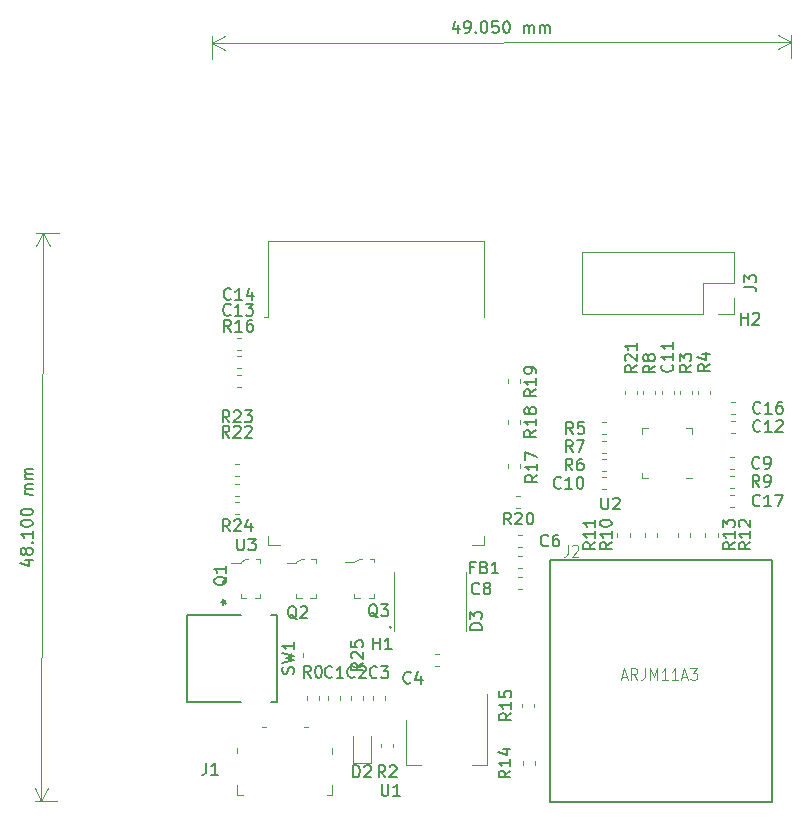
<source format=gbr>
G04 #@! TF.GenerationSoftware,KiCad,Pcbnew,(5.1.4)-1*
G04 #@! TF.CreationDate,2020-09-03T10:31:54-07:00*
G04 #@! TF.ProjectId,EsperDNS,45737065-7244-44e5-932e-6b696361645f,rev?*
G04 #@! TF.SameCoordinates,Original*
G04 #@! TF.FileFunction,Legend,Top*
G04 #@! TF.FilePolarity,Positive*
%FSLAX46Y46*%
G04 Gerber Fmt 4.6, Leading zero omitted, Abs format (unit mm)*
G04 Created by KiCad (PCBNEW (5.1.4)-1) date 2020-09-03 10:31:54*
%MOMM*%
%LPD*%
G04 APERTURE LIST*
%ADD10C,0.150000*%
%ADD11C,0.120000*%
%ADD12C,0.152400*%
%ADD13C,0.100000*%
%ADD14C,0.127000*%
%ADD15C,0.050000*%
G04 APERTURE END LIST*
D10*
X159855445Y-50294454D02*
X159856125Y-50961120D01*
X159616962Y-49913744D02*
X159379595Y-50628272D01*
X159998642Y-50627641D01*
X160427553Y-50960537D02*
X160618029Y-50960343D01*
X160713219Y-50912627D01*
X160760789Y-50864960D01*
X160855882Y-50722005D01*
X160903307Y-50531481D01*
X160902918Y-50150529D01*
X160855202Y-50055339D01*
X160807535Y-50007769D01*
X160712248Y-49960247D01*
X160521772Y-49960441D01*
X160426582Y-50008157D01*
X160379012Y-50055825D01*
X160331490Y-50151111D01*
X160331733Y-50389206D01*
X160379449Y-50484396D01*
X160427116Y-50531966D01*
X160522403Y-50579488D01*
X160712879Y-50579294D01*
X160808068Y-50531578D01*
X160855639Y-50483910D01*
X160903161Y-50388624D01*
X161332218Y-50864377D02*
X161379885Y-50911948D01*
X161332315Y-50959615D01*
X161284647Y-50912045D01*
X161332218Y-50864377D01*
X161332315Y-50959615D01*
X161997962Y-49958936D02*
X162093200Y-49958839D01*
X162188486Y-50006361D01*
X162236154Y-50053931D01*
X162283870Y-50149121D01*
X162331683Y-50339548D01*
X162331926Y-50577644D01*
X162284501Y-50768168D01*
X162236979Y-50863455D01*
X162189408Y-50911122D01*
X162094219Y-50958838D01*
X161998981Y-50958936D01*
X161903694Y-50911414D01*
X161856027Y-50863843D01*
X161808311Y-50768654D01*
X161760497Y-50578226D01*
X161760255Y-50340131D01*
X161807680Y-50149606D01*
X161855202Y-50054320D01*
X161902772Y-50006652D01*
X161997962Y-49958936D01*
X163236056Y-49957674D02*
X162759866Y-49958159D01*
X162712732Y-50434398D01*
X162760303Y-50386731D01*
X162855492Y-50339014D01*
X163093587Y-50338772D01*
X163188874Y-50386294D01*
X163236542Y-50433864D01*
X163284258Y-50529054D01*
X163284500Y-50767149D01*
X163236978Y-50862435D01*
X163189408Y-50910103D01*
X163094218Y-50957819D01*
X162856123Y-50958062D01*
X162760837Y-50910540D01*
X162713169Y-50862969D01*
X163902722Y-49956994D02*
X163997961Y-49956897D01*
X164093247Y-50004419D01*
X164140915Y-50051990D01*
X164188631Y-50147179D01*
X164236444Y-50337607D01*
X164236687Y-50575702D01*
X164189262Y-50766227D01*
X164141740Y-50861513D01*
X164094169Y-50909181D01*
X163998980Y-50956897D01*
X163903742Y-50956994D01*
X163808455Y-50909472D01*
X163760788Y-50861901D01*
X163713072Y-50766712D01*
X163665258Y-50576284D01*
X163665016Y-50338189D01*
X163712441Y-50147665D01*
X163759962Y-50052378D01*
X163807533Y-50004711D01*
X163902722Y-49956994D01*
X165427551Y-50955441D02*
X165426871Y-50288774D01*
X165426968Y-50384012D02*
X165474539Y-50336345D01*
X165569728Y-50288629D01*
X165712585Y-50288483D01*
X165807872Y-50336005D01*
X165855588Y-50431194D01*
X165856122Y-50955004D01*
X165855588Y-50431194D02*
X165903110Y-50335908D01*
X165998299Y-50288192D01*
X166141156Y-50288046D01*
X166236443Y-50335568D01*
X166284159Y-50430758D01*
X166284693Y-50954567D01*
X166760883Y-50954081D02*
X166760204Y-50287415D01*
X166760301Y-50382653D02*
X166807871Y-50334986D01*
X166903061Y-50287269D01*
X167045918Y-50287124D01*
X167141204Y-50334646D01*
X167188920Y-50429835D01*
X167189454Y-50953645D01*
X167188920Y-50429835D02*
X167236442Y-50334549D01*
X167331632Y-50286833D01*
X167474489Y-50286687D01*
X167569776Y-50334209D01*
X167617492Y-50429398D01*
X167618026Y-50953208D01*
D11*
X138998624Y-51800001D02*
X188048624Y-51750001D01*
X139000000Y-53150000D02*
X138998026Y-51213580D01*
X188050000Y-53100000D02*
X188048026Y-51163580D01*
X188048624Y-51750001D02*
X186922719Y-52337570D01*
X188048624Y-51750001D02*
X186921523Y-51164729D01*
X138998624Y-51800001D02*
X140125725Y-52385273D01*
X138998624Y-51800001D02*
X140124529Y-51212432D01*
D10*
X123154286Y-95612020D02*
X123820950Y-95614099D01*
X122772593Y-95848926D02*
X123486133Y-96089248D01*
X123488064Y-95470203D01*
X123251603Y-94945654D02*
X123203687Y-95040743D01*
X123155920Y-95088213D01*
X123060534Y-95135535D01*
X123012915Y-95135386D01*
X122917826Y-95087471D01*
X122870355Y-95039703D01*
X122823034Y-94944317D01*
X122823628Y-94753842D01*
X122871543Y-94658753D01*
X122919311Y-94611282D01*
X123014697Y-94563961D01*
X123062316Y-94564109D01*
X123157405Y-94612025D01*
X123204875Y-94659792D01*
X123252197Y-94755178D01*
X123251603Y-94945654D01*
X123298925Y-95041040D01*
X123346395Y-95088807D01*
X123441484Y-95136723D01*
X123631960Y-95137317D01*
X123727346Y-95089995D01*
X123775113Y-95042525D01*
X123823029Y-94947436D01*
X123823623Y-94756960D01*
X123776301Y-94661574D01*
X123728831Y-94613807D01*
X123633742Y-94565891D01*
X123443266Y-94565297D01*
X123347880Y-94612619D01*
X123300113Y-94660089D01*
X123252197Y-94755178D01*
X123730316Y-94137619D02*
X123778083Y-94090148D01*
X123825553Y-94137916D01*
X123777786Y-94185386D01*
X123730316Y-94137619D01*
X123825553Y-94137916D01*
X123828672Y-93137921D02*
X123826890Y-93709346D01*
X123827781Y-93423634D02*
X122827786Y-93420515D01*
X122970345Y-93516198D01*
X123065286Y-93611733D01*
X123112608Y-93707119D01*
X122830607Y-92515758D02*
X122830904Y-92420520D01*
X122878820Y-92325431D01*
X122926587Y-92277960D01*
X123021973Y-92230639D01*
X123212597Y-92183614D01*
X123450691Y-92184356D01*
X123641018Y-92232569D01*
X123736107Y-92280485D01*
X123783577Y-92328252D01*
X123830899Y-92423638D01*
X123830602Y-92518876D01*
X123782686Y-92613965D01*
X123734919Y-92661435D01*
X123639533Y-92708757D01*
X123448909Y-92755782D01*
X123210815Y-92755040D01*
X123020488Y-92706827D01*
X122925399Y-92658911D01*
X122877929Y-92611144D01*
X122830607Y-92515758D01*
X122833577Y-91563381D02*
X122833874Y-91468144D01*
X122881790Y-91373054D01*
X122929557Y-91325584D01*
X123024943Y-91278262D01*
X123215567Y-91231238D01*
X123453661Y-91231980D01*
X123643988Y-91280193D01*
X123739077Y-91328109D01*
X123786547Y-91375876D01*
X123833869Y-91471262D01*
X123833572Y-91566500D01*
X123785656Y-91661589D01*
X123737889Y-91709059D01*
X123642503Y-91756381D01*
X123451879Y-91803406D01*
X123213785Y-91802663D01*
X123023458Y-91754450D01*
X122928369Y-91706535D01*
X122880899Y-91658767D01*
X122833577Y-91563381D01*
X123838324Y-90042698D02*
X123171661Y-90040619D01*
X123266898Y-90040916D02*
X123219428Y-89993148D01*
X123172106Y-89897762D01*
X123172552Y-89754906D01*
X123220468Y-89659817D01*
X123315854Y-89612495D01*
X123839661Y-89614128D01*
X123315854Y-89612495D02*
X123220765Y-89564579D01*
X123173443Y-89469193D01*
X123173888Y-89326336D01*
X123221804Y-89231247D01*
X123317190Y-89183925D01*
X123840997Y-89185559D01*
X123842482Y-88709371D02*
X123175819Y-88707292D01*
X123271056Y-88707589D02*
X123223586Y-88659821D01*
X123176264Y-88564435D01*
X123176710Y-88421579D01*
X123224626Y-88326490D01*
X123320012Y-88279168D01*
X123843819Y-88280801D01*
X123320012Y-88279168D02*
X123224923Y-88231252D01*
X123177601Y-88135866D01*
X123178046Y-87993010D01*
X123225962Y-87897920D01*
X123321348Y-87850599D01*
X123845155Y-87852232D01*
D11*
X124725000Y-67900000D02*
X124575000Y-116000000D01*
X126024993Y-67904054D02*
X124138582Y-67898171D01*
X125874993Y-116004054D02*
X123988582Y-115998171D01*
X124575000Y-116000000D02*
X123992095Y-114871673D01*
X124575000Y-116000000D02*
X125164931Y-114875330D01*
X124725000Y-67900000D02*
X124135069Y-69024670D01*
X124725000Y-67900000D02*
X125307905Y-69028327D01*
D12*
X144033000Y-107633001D02*
X144487199Y-107633001D01*
X141505674Y-100267001D02*
X136879899Y-100267001D01*
X144487199Y-100267001D02*
X144033000Y-100267001D01*
X144487199Y-107633001D02*
X144487199Y-100267001D01*
X136879899Y-107633001D02*
X141505674Y-107633001D01*
X136879899Y-100267001D02*
X136879899Y-107633001D01*
D11*
X145665000Y-103474721D02*
X145665000Y-103800279D01*
X146685000Y-103474721D02*
X146685000Y-103800279D01*
X140962221Y-91735000D02*
X141287779Y-91735000D01*
X140962221Y-90715000D02*
X141287779Y-90715000D01*
X140962221Y-88510000D02*
X141287779Y-88510000D01*
X140962221Y-87490000D02*
X141287779Y-87490000D01*
X140962221Y-90135000D02*
X141287779Y-90135000D01*
X140962221Y-89115000D02*
X141287779Y-89115000D01*
D13*
X152725000Y-95475000D02*
X152725000Y-95775000D01*
X152350000Y-95475000D02*
X152725000Y-95475000D01*
X152725000Y-98775000D02*
X152275000Y-98775000D01*
X152725000Y-98475000D02*
X152725000Y-98775000D01*
X152725000Y-98550000D02*
X152725000Y-98425000D01*
X151075000Y-98775000D02*
X151075000Y-98425000D01*
X151550000Y-98775000D02*
X151075000Y-98775000D01*
X151075000Y-95800000D02*
X150300000Y-95800000D01*
X151075000Y-95750000D02*
X151075000Y-95800000D01*
X151450000Y-95475000D02*
X151075000Y-95750000D01*
X151725000Y-95475000D02*
X151450000Y-95475000D01*
X147780001Y-95510000D02*
X147780001Y-95810000D01*
X147405001Y-95510000D02*
X147780001Y-95510000D01*
X147780001Y-98810000D02*
X147330001Y-98810000D01*
X147780001Y-98510000D02*
X147780001Y-98810000D01*
X147780001Y-98585000D02*
X147780001Y-98460000D01*
X146130001Y-98810000D02*
X146130001Y-98460000D01*
X146605001Y-98810000D02*
X146130001Y-98810000D01*
X146130001Y-95835000D02*
X145355001Y-95835000D01*
X146130001Y-95785000D02*
X146130001Y-95835000D01*
X146505001Y-95510000D02*
X146130001Y-95785000D01*
X146780001Y-95510000D02*
X146505001Y-95510000D01*
X142080001Y-95510000D02*
X141805001Y-95510000D01*
X141805001Y-95510000D02*
X141430001Y-95785000D01*
X141430001Y-95785000D02*
X141430001Y-95835000D01*
X141430001Y-95835000D02*
X140655001Y-95835000D01*
X141905001Y-98810000D02*
X141430001Y-98810000D01*
X141430001Y-98810000D02*
X141430001Y-98460000D01*
X143080001Y-98585000D02*
X143080001Y-98460000D01*
X143080001Y-98510000D02*
X143080001Y-98810000D01*
X143080001Y-98810000D02*
X142630001Y-98810000D01*
X142705001Y-95510000D02*
X143080001Y-95510000D01*
X143080001Y-95510000D02*
X143080001Y-95810000D01*
D11*
X154200000Y-101300000D02*
G75*
G03X154200000Y-101300000I-100000J0D01*
G01*
X154400000Y-101600000D02*
X154400000Y-96600000D01*
X160500000Y-101600000D02*
X160500000Y-96600000D01*
X165112779Y-90190000D02*
X164787221Y-90190000D01*
X165112779Y-91210000D02*
X164787221Y-91210000D01*
X179185000Y-88660000D02*
X179660000Y-88660000D01*
X175440000Y-84440000D02*
X175440000Y-84915000D01*
X175915000Y-84440000D02*
X175440000Y-84440000D01*
X179660000Y-84440000D02*
X179660000Y-84915000D01*
X179185000Y-84440000D02*
X179660000Y-84440000D01*
X175440000Y-88660000D02*
X175440000Y-88185000D01*
X175915000Y-88660000D02*
X175440000Y-88660000D01*
X143780000Y-75005000D02*
X143400000Y-75005000D01*
X143780000Y-68585000D02*
X143780000Y-75005000D01*
X162020000Y-68585000D02*
X162020000Y-75005000D01*
X143780000Y-68585000D02*
X162020000Y-68585000D01*
X162020000Y-94330000D02*
X161020000Y-94330000D01*
X162020000Y-93550000D02*
X162020000Y-94330000D01*
X143780000Y-94330000D02*
X144780000Y-94330000D01*
X143780000Y-93550000D02*
X143780000Y-94330000D01*
X175010000Y-81575279D02*
X175010000Y-81249721D01*
X173990000Y-81575279D02*
X173990000Y-81249721D01*
X182874721Y-91110000D02*
X183200279Y-91110000D01*
X182874721Y-90090000D02*
X183200279Y-90090000D01*
X182974721Y-83260000D02*
X183300279Y-83260000D01*
X182974721Y-82240000D02*
X183300279Y-82240000D01*
D14*
X167635000Y-116050000D02*
X167635000Y-95550000D01*
X167635000Y-95550000D02*
X186385000Y-95550000D01*
X186385000Y-95550000D02*
X186385000Y-116050000D01*
X186385000Y-116050000D02*
X167635000Y-116050000D01*
D11*
X164040000Y-80287221D02*
X164040000Y-80612779D01*
X165060000Y-80287221D02*
X165060000Y-80612779D01*
X164040000Y-83774721D02*
X164040000Y-84100279D01*
X165060000Y-83774721D02*
X165060000Y-84100279D01*
X164040000Y-87487221D02*
X164040000Y-87812779D01*
X165060000Y-87487221D02*
X165060000Y-87812779D01*
X141425279Y-80910000D02*
X141099721Y-80910000D01*
X141425279Y-79890000D02*
X141099721Y-79890000D01*
X166310000Y-108075279D02*
X166310000Y-107749721D01*
X165290000Y-108075279D02*
X165290000Y-107749721D01*
X165352000Y-112638721D02*
X165352000Y-112964279D01*
X166372000Y-112638721D02*
X166372000Y-112964279D01*
X179510000Y-93612779D02*
X179510000Y-93287221D01*
X178490000Y-93612779D02*
X178490000Y-93287221D01*
X181810000Y-93612779D02*
X181810000Y-93287221D01*
X180790000Y-93612779D02*
X180790000Y-93287221D01*
X174360000Y-93612779D02*
X174360000Y-93287221D01*
X173340000Y-93612779D02*
X173340000Y-93287221D01*
X176710000Y-93612779D02*
X176710000Y-93287221D01*
X175690000Y-93612779D02*
X175690000Y-93287221D01*
X182874721Y-89460000D02*
X183200279Y-89460000D01*
X182874721Y-88440000D02*
X183200279Y-88440000D01*
X176560000Y-81575279D02*
X176560000Y-81249721D01*
X175540000Y-81575279D02*
X175540000Y-81249721D01*
X172037221Y-86510000D02*
X172362779Y-86510000D01*
X172037221Y-85490000D02*
X172362779Y-85490000D01*
X172037221Y-88060000D02*
X172362779Y-88060000D01*
X172037221Y-87040000D02*
X172362779Y-87040000D01*
X172037221Y-84960000D02*
X172362779Y-84960000D01*
X172037221Y-83940000D02*
X172362779Y-83940000D01*
X181210000Y-81575279D02*
X181210000Y-81249721D01*
X180190000Y-81575279D02*
X180190000Y-81249721D01*
X179660000Y-81575279D02*
X179660000Y-81249721D01*
X178640000Y-81575279D02*
X178640000Y-81249721D01*
X141099721Y-77810000D02*
X141425279Y-77810000D01*
X141099721Y-76790000D02*
X141425279Y-76790000D01*
X141099721Y-79360000D02*
X141425279Y-79360000D01*
X141099721Y-78340000D02*
X141425279Y-78340000D01*
X182974721Y-84810000D02*
X183300279Y-84810000D01*
X182974721Y-83790000D02*
X183300279Y-83790000D01*
X178110000Y-81575279D02*
X178110000Y-81249721D01*
X177090000Y-81575279D02*
X177090000Y-81249721D01*
X172350279Y-88590000D02*
X172024721Y-88590000D01*
X172350279Y-89610000D02*
X172024721Y-89610000D01*
X182874721Y-87910000D02*
X183200279Y-87910000D01*
X182874721Y-86890000D02*
X183200279Y-86890000D01*
X165262779Y-97026000D02*
X164937221Y-97026000D01*
X165262779Y-98046000D02*
X164937221Y-98046000D01*
X162260000Y-106900000D02*
X162260000Y-112910000D01*
X155440000Y-109150000D02*
X155440000Y-112910000D01*
X162260000Y-112910000D02*
X161000000Y-112910000D01*
X155440000Y-112910000D02*
X156700000Y-112910000D01*
X153290000Y-111124721D02*
X153290000Y-111450279D01*
X154310000Y-111124721D02*
X154310000Y-111450279D01*
X148110000Y-107437779D02*
X148110000Y-107112221D01*
X147090000Y-107437779D02*
X147090000Y-107112221D01*
X183194000Y-73406000D02*
X183194000Y-74736000D01*
X183194000Y-74736000D02*
X181864000Y-74736000D01*
X183194000Y-72136000D02*
X180594000Y-72136000D01*
X180594000Y-72136000D02*
X180594000Y-74736000D01*
X180594000Y-74736000D02*
X170374000Y-74736000D01*
X170374000Y-69536000D02*
X170374000Y-74736000D01*
X183194000Y-69536000D02*
X170374000Y-69536000D01*
X183194000Y-69536000D02*
X183194000Y-72136000D01*
D13*
X149200000Y-115475000D02*
X149200000Y-114625000D01*
X148750000Y-115475000D02*
X149200000Y-115475000D01*
X141100000Y-115475000D02*
X141600000Y-115475000D01*
X141100000Y-114675000D02*
X141100000Y-115475000D01*
X143250000Y-109725000D02*
X143550000Y-109725000D01*
X141100000Y-111475000D02*
X141100000Y-111925000D01*
X146800000Y-109725000D02*
X147100000Y-109725000D01*
X149200000Y-111475000D02*
X149200000Y-111975000D01*
D11*
X165262779Y-95248000D02*
X164937221Y-95248000D01*
X165262779Y-96268000D02*
X164937221Y-96268000D01*
X152435000Y-112747500D02*
X152435000Y-110462500D01*
X150965000Y-112747500D02*
X152435000Y-112747500D01*
X150965000Y-110462500D02*
X150965000Y-112747500D01*
X165262779Y-93470000D02*
X164937221Y-93470000D01*
X165262779Y-94490000D02*
X164937221Y-94490000D01*
X158200279Y-103540000D02*
X157874721Y-103540000D01*
X158200279Y-104560000D02*
X157874721Y-104560000D01*
X153660000Y-107450279D02*
X153660000Y-107124721D01*
X152640000Y-107450279D02*
X152640000Y-107124721D01*
X151760000Y-107450279D02*
X151760000Y-107124721D01*
X150740000Y-107450279D02*
X150740000Y-107124721D01*
X149860000Y-107437779D02*
X149860000Y-107112221D01*
X148840000Y-107437779D02*
X148840000Y-107112221D01*
D10*
X183788095Y-75652380D02*
X183788095Y-74652380D01*
X183788095Y-75128571D02*
X184359523Y-75128571D01*
X184359523Y-75652380D02*
X184359523Y-74652380D01*
X184788095Y-74747619D02*
X184835714Y-74700000D01*
X184930952Y-74652380D01*
X185169047Y-74652380D01*
X185264285Y-74700000D01*
X185311904Y-74747619D01*
X185359523Y-74842857D01*
X185359523Y-74938095D01*
X185311904Y-75080952D01*
X184740476Y-75652380D01*
X185359523Y-75652380D01*
X152663095Y-103152380D02*
X152663095Y-102152380D01*
X152663095Y-102628571D02*
X153234523Y-102628571D01*
X153234523Y-103152380D02*
X153234523Y-102152380D01*
X154234523Y-103152380D02*
X153663095Y-103152380D01*
X153948809Y-103152380D02*
X153948809Y-102152380D01*
X153853571Y-102295238D01*
X153758333Y-102390476D01*
X153663095Y-102438095D01*
X145904761Y-105208333D02*
X145952380Y-105065476D01*
X145952380Y-104827380D01*
X145904761Y-104732142D01*
X145857142Y-104684523D01*
X145761904Y-104636904D01*
X145666666Y-104636904D01*
X145571428Y-104684523D01*
X145523809Y-104732142D01*
X145476190Y-104827380D01*
X145428571Y-105017857D01*
X145380952Y-105113095D01*
X145333333Y-105160714D01*
X145238095Y-105208333D01*
X145142857Y-105208333D01*
X145047619Y-105160714D01*
X145000000Y-105113095D01*
X144952380Y-105017857D01*
X144952380Y-104779761D01*
X145000000Y-104636904D01*
X144952380Y-104303571D02*
X145952380Y-104065476D01*
X145238095Y-103875000D01*
X145952380Y-103684523D01*
X144952380Y-103446428D01*
X145952380Y-102541666D02*
X145952380Y-103113095D01*
X145952380Y-102827380D02*
X144952380Y-102827380D01*
X145095238Y-102922619D01*
X145190476Y-103017857D01*
X145238095Y-103113095D01*
X139802380Y-99160000D02*
X140040476Y-99160000D01*
X139945238Y-99398095D02*
X140040476Y-99160000D01*
X139945238Y-98921904D01*
X140230952Y-99302857D02*
X140040476Y-99160000D01*
X140230952Y-99017142D01*
X139802380Y-99160000D02*
X140040476Y-99160000D01*
X139945238Y-99398095D02*
X140040476Y-99160000D01*
X139945238Y-98921904D01*
X140230952Y-99302857D02*
X140040476Y-99160000D01*
X140230952Y-99017142D01*
X151777380Y-104305357D02*
X151301190Y-104638690D01*
X151777380Y-104876785D02*
X150777380Y-104876785D01*
X150777380Y-104495833D01*
X150825000Y-104400595D01*
X150872619Y-104352976D01*
X150967857Y-104305357D01*
X151110714Y-104305357D01*
X151205952Y-104352976D01*
X151253571Y-104400595D01*
X151301190Y-104495833D01*
X151301190Y-104876785D01*
X150872619Y-103924404D02*
X150825000Y-103876785D01*
X150777380Y-103781547D01*
X150777380Y-103543452D01*
X150825000Y-103448214D01*
X150872619Y-103400595D01*
X150967857Y-103352976D01*
X151063095Y-103352976D01*
X151205952Y-103400595D01*
X151777380Y-103972023D01*
X151777380Y-103352976D01*
X150777380Y-102448214D02*
X150777380Y-102924404D01*
X151253571Y-102972023D01*
X151205952Y-102924404D01*
X151158333Y-102829166D01*
X151158333Y-102591071D01*
X151205952Y-102495833D01*
X151253571Y-102448214D01*
X151348809Y-102400595D01*
X151586904Y-102400595D01*
X151682142Y-102448214D01*
X151729761Y-102495833D01*
X151777380Y-102591071D01*
X151777380Y-102829166D01*
X151729761Y-102924404D01*
X151682142Y-102972023D01*
X140507142Y-93152380D02*
X140173809Y-92676190D01*
X139935714Y-93152380D02*
X139935714Y-92152380D01*
X140316666Y-92152380D01*
X140411904Y-92200000D01*
X140459523Y-92247619D01*
X140507142Y-92342857D01*
X140507142Y-92485714D01*
X140459523Y-92580952D01*
X140411904Y-92628571D01*
X140316666Y-92676190D01*
X139935714Y-92676190D01*
X140888095Y-92247619D02*
X140935714Y-92200000D01*
X141030952Y-92152380D01*
X141269047Y-92152380D01*
X141364285Y-92200000D01*
X141411904Y-92247619D01*
X141459523Y-92342857D01*
X141459523Y-92438095D01*
X141411904Y-92580952D01*
X140840476Y-93152380D01*
X141459523Y-93152380D01*
X142316666Y-92485714D02*
X142316666Y-93152380D01*
X142078571Y-92104761D02*
X141840476Y-92819047D01*
X142459523Y-92819047D01*
X140482142Y-83927380D02*
X140148809Y-83451190D01*
X139910714Y-83927380D02*
X139910714Y-82927380D01*
X140291666Y-82927380D01*
X140386904Y-82975000D01*
X140434523Y-83022619D01*
X140482142Y-83117857D01*
X140482142Y-83260714D01*
X140434523Y-83355952D01*
X140386904Y-83403571D01*
X140291666Y-83451190D01*
X139910714Y-83451190D01*
X140863095Y-83022619D02*
X140910714Y-82975000D01*
X141005952Y-82927380D01*
X141244047Y-82927380D01*
X141339285Y-82975000D01*
X141386904Y-83022619D01*
X141434523Y-83117857D01*
X141434523Y-83213095D01*
X141386904Y-83355952D01*
X140815476Y-83927380D01*
X141434523Y-83927380D01*
X141767857Y-82927380D02*
X142386904Y-82927380D01*
X142053571Y-83308333D01*
X142196428Y-83308333D01*
X142291666Y-83355952D01*
X142339285Y-83403571D01*
X142386904Y-83498809D01*
X142386904Y-83736904D01*
X142339285Y-83832142D01*
X142291666Y-83879761D01*
X142196428Y-83927380D01*
X141910714Y-83927380D01*
X141815476Y-83879761D01*
X141767857Y-83832142D01*
X140482142Y-85227380D02*
X140148809Y-84751190D01*
X139910714Y-85227380D02*
X139910714Y-84227380D01*
X140291666Y-84227380D01*
X140386904Y-84275000D01*
X140434523Y-84322619D01*
X140482142Y-84417857D01*
X140482142Y-84560714D01*
X140434523Y-84655952D01*
X140386904Y-84703571D01*
X140291666Y-84751190D01*
X139910714Y-84751190D01*
X140863095Y-84322619D02*
X140910714Y-84275000D01*
X141005952Y-84227380D01*
X141244047Y-84227380D01*
X141339285Y-84275000D01*
X141386904Y-84322619D01*
X141434523Y-84417857D01*
X141434523Y-84513095D01*
X141386904Y-84655952D01*
X140815476Y-85227380D01*
X141434523Y-85227380D01*
X141815476Y-84322619D02*
X141863095Y-84275000D01*
X141958333Y-84227380D01*
X142196428Y-84227380D01*
X142291666Y-84275000D01*
X142339285Y-84322619D01*
X142386904Y-84417857D01*
X142386904Y-84513095D01*
X142339285Y-84655952D01*
X141767857Y-85227380D01*
X142386904Y-85227380D01*
X153029761Y-100447619D02*
X152934523Y-100400000D01*
X152839285Y-100304761D01*
X152696428Y-100161904D01*
X152601190Y-100114285D01*
X152505952Y-100114285D01*
X152553571Y-100352380D02*
X152458333Y-100304761D01*
X152363095Y-100209523D01*
X152315476Y-100019047D01*
X152315476Y-99685714D01*
X152363095Y-99495238D01*
X152458333Y-99400000D01*
X152553571Y-99352380D01*
X152744047Y-99352380D01*
X152839285Y-99400000D01*
X152934523Y-99495238D01*
X152982142Y-99685714D01*
X152982142Y-100019047D01*
X152934523Y-100209523D01*
X152839285Y-100304761D01*
X152744047Y-100352380D01*
X152553571Y-100352380D01*
X153315476Y-99352380D02*
X153934523Y-99352380D01*
X153601190Y-99733333D01*
X153744047Y-99733333D01*
X153839285Y-99780952D01*
X153886904Y-99828571D01*
X153934523Y-99923809D01*
X153934523Y-100161904D01*
X153886904Y-100257142D01*
X153839285Y-100304761D01*
X153744047Y-100352380D01*
X153458333Y-100352380D01*
X153363095Y-100304761D01*
X153315476Y-100257142D01*
X146179761Y-100597619D02*
X146084523Y-100550000D01*
X145989285Y-100454761D01*
X145846428Y-100311904D01*
X145751190Y-100264285D01*
X145655952Y-100264285D01*
X145703571Y-100502380D02*
X145608333Y-100454761D01*
X145513095Y-100359523D01*
X145465476Y-100169047D01*
X145465476Y-99835714D01*
X145513095Y-99645238D01*
X145608333Y-99550000D01*
X145703571Y-99502380D01*
X145894047Y-99502380D01*
X145989285Y-99550000D01*
X146084523Y-99645238D01*
X146132142Y-99835714D01*
X146132142Y-100169047D01*
X146084523Y-100359523D01*
X145989285Y-100454761D01*
X145894047Y-100502380D01*
X145703571Y-100502380D01*
X146513095Y-99597619D02*
X146560714Y-99550000D01*
X146655952Y-99502380D01*
X146894047Y-99502380D01*
X146989285Y-99550000D01*
X147036904Y-99597619D01*
X147084523Y-99692857D01*
X147084523Y-99788095D01*
X147036904Y-99930952D01*
X146465476Y-100502380D01*
X147084523Y-100502380D01*
X140272619Y-96995238D02*
X140225000Y-97090476D01*
X140129761Y-97185714D01*
X139986904Y-97328571D01*
X139939285Y-97423809D01*
X139939285Y-97519047D01*
X140177380Y-97471428D02*
X140129761Y-97566666D01*
X140034523Y-97661904D01*
X139844047Y-97709523D01*
X139510714Y-97709523D01*
X139320238Y-97661904D01*
X139225000Y-97566666D01*
X139177380Y-97471428D01*
X139177380Y-97280952D01*
X139225000Y-97185714D01*
X139320238Y-97090476D01*
X139510714Y-97042857D01*
X139844047Y-97042857D01*
X140034523Y-97090476D01*
X140129761Y-97185714D01*
X140177380Y-97280952D01*
X140177380Y-97471428D01*
X140177380Y-96090476D02*
X140177380Y-96661904D01*
X140177380Y-96376190D02*
X139177380Y-96376190D01*
X139320238Y-96471428D01*
X139415476Y-96566666D01*
X139463095Y-96661904D01*
X161852380Y-101488095D02*
X160852380Y-101488095D01*
X160852380Y-101250000D01*
X160900000Y-101107142D01*
X160995238Y-101011904D01*
X161090476Y-100964285D01*
X161280952Y-100916666D01*
X161423809Y-100916666D01*
X161614285Y-100964285D01*
X161709523Y-101011904D01*
X161804761Y-101107142D01*
X161852380Y-101250000D01*
X161852380Y-101488095D01*
X160852380Y-100583333D02*
X160852380Y-99964285D01*
X161233333Y-100297619D01*
X161233333Y-100154761D01*
X161280952Y-100059523D01*
X161328571Y-100011904D01*
X161423809Y-99964285D01*
X161661904Y-99964285D01*
X161757142Y-100011904D01*
X161804761Y-100059523D01*
X161852380Y-100154761D01*
X161852380Y-100440476D01*
X161804761Y-100535714D01*
X161757142Y-100583333D01*
X164307142Y-92582380D02*
X163973809Y-92106190D01*
X163735714Y-92582380D02*
X163735714Y-91582380D01*
X164116666Y-91582380D01*
X164211904Y-91630000D01*
X164259523Y-91677619D01*
X164307142Y-91772857D01*
X164307142Y-91915714D01*
X164259523Y-92010952D01*
X164211904Y-92058571D01*
X164116666Y-92106190D01*
X163735714Y-92106190D01*
X164688095Y-91677619D02*
X164735714Y-91630000D01*
X164830952Y-91582380D01*
X165069047Y-91582380D01*
X165164285Y-91630000D01*
X165211904Y-91677619D01*
X165259523Y-91772857D01*
X165259523Y-91868095D01*
X165211904Y-92010952D01*
X164640476Y-92582380D01*
X165259523Y-92582380D01*
X165878571Y-91582380D02*
X165973809Y-91582380D01*
X166069047Y-91630000D01*
X166116666Y-91677619D01*
X166164285Y-91772857D01*
X166211904Y-91963333D01*
X166211904Y-92201428D01*
X166164285Y-92391904D01*
X166116666Y-92487142D01*
X166069047Y-92534761D01*
X165973809Y-92582380D01*
X165878571Y-92582380D01*
X165783333Y-92534761D01*
X165735714Y-92487142D01*
X165688095Y-92391904D01*
X165640476Y-92201428D01*
X165640476Y-91963333D01*
X165688095Y-91772857D01*
X165735714Y-91677619D01*
X165783333Y-91630000D01*
X165878571Y-91582380D01*
X171988095Y-90302380D02*
X171988095Y-91111904D01*
X172035714Y-91207142D01*
X172083333Y-91254761D01*
X172178571Y-91302380D01*
X172369047Y-91302380D01*
X172464285Y-91254761D01*
X172511904Y-91207142D01*
X172559523Y-91111904D01*
X172559523Y-90302380D01*
X172988095Y-90397619D02*
X173035714Y-90350000D01*
X173130952Y-90302380D01*
X173369047Y-90302380D01*
X173464285Y-90350000D01*
X173511904Y-90397619D01*
X173559523Y-90492857D01*
X173559523Y-90588095D01*
X173511904Y-90730952D01*
X172940476Y-91302380D01*
X173559523Y-91302380D01*
X141138095Y-93777380D02*
X141138095Y-94586904D01*
X141185714Y-94682142D01*
X141233333Y-94729761D01*
X141328571Y-94777380D01*
X141519047Y-94777380D01*
X141614285Y-94729761D01*
X141661904Y-94682142D01*
X141709523Y-94586904D01*
X141709523Y-93777380D01*
X142090476Y-93777380D02*
X142709523Y-93777380D01*
X142376190Y-94158333D01*
X142519047Y-94158333D01*
X142614285Y-94205952D01*
X142661904Y-94253571D01*
X142709523Y-94348809D01*
X142709523Y-94586904D01*
X142661904Y-94682142D01*
X142614285Y-94729761D01*
X142519047Y-94777380D01*
X142233333Y-94777380D01*
X142138095Y-94729761D01*
X142090476Y-94682142D01*
X174952380Y-79105357D02*
X174476190Y-79438690D01*
X174952380Y-79676785D02*
X173952380Y-79676785D01*
X173952380Y-79295833D01*
X174000000Y-79200595D01*
X174047619Y-79152976D01*
X174142857Y-79105357D01*
X174285714Y-79105357D01*
X174380952Y-79152976D01*
X174428571Y-79200595D01*
X174476190Y-79295833D01*
X174476190Y-79676785D01*
X174047619Y-78724404D02*
X174000000Y-78676785D01*
X173952380Y-78581547D01*
X173952380Y-78343452D01*
X174000000Y-78248214D01*
X174047619Y-78200595D01*
X174142857Y-78152976D01*
X174238095Y-78152976D01*
X174380952Y-78200595D01*
X174952380Y-78772023D01*
X174952380Y-78152976D01*
X174952380Y-77200595D02*
X174952380Y-77772023D01*
X174952380Y-77486309D02*
X173952380Y-77486309D01*
X174095238Y-77581547D01*
X174190476Y-77676785D01*
X174238095Y-77772023D01*
X185394642Y-90957142D02*
X185347023Y-91004761D01*
X185204166Y-91052380D01*
X185108928Y-91052380D01*
X184966071Y-91004761D01*
X184870833Y-90909523D01*
X184823214Y-90814285D01*
X184775595Y-90623809D01*
X184775595Y-90480952D01*
X184823214Y-90290476D01*
X184870833Y-90195238D01*
X184966071Y-90100000D01*
X185108928Y-90052380D01*
X185204166Y-90052380D01*
X185347023Y-90100000D01*
X185394642Y-90147619D01*
X186347023Y-91052380D02*
X185775595Y-91052380D01*
X186061309Y-91052380D02*
X186061309Y-90052380D01*
X185966071Y-90195238D01*
X185870833Y-90290476D01*
X185775595Y-90338095D01*
X186680357Y-90052380D02*
X187347023Y-90052380D01*
X186918452Y-91052380D01*
X185432142Y-83107142D02*
X185384523Y-83154761D01*
X185241666Y-83202380D01*
X185146428Y-83202380D01*
X185003571Y-83154761D01*
X184908333Y-83059523D01*
X184860714Y-82964285D01*
X184813095Y-82773809D01*
X184813095Y-82630952D01*
X184860714Y-82440476D01*
X184908333Y-82345238D01*
X185003571Y-82250000D01*
X185146428Y-82202380D01*
X185241666Y-82202380D01*
X185384523Y-82250000D01*
X185432142Y-82297619D01*
X186384523Y-83202380D02*
X185813095Y-83202380D01*
X186098809Y-83202380D02*
X186098809Y-82202380D01*
X186003571Y-82345238D01*
X185908333Y-82440476D01*
X185813095Y-82488095D01*
X187241666Y-82202380D02*
X187051190Y-82202380D01*
X186955952Y-82250000D01*
X186908333Y-82297619D01*
X186813095Y-82440476D01*
X186765476Y-82630952D01*
X186765476Y-83011904D01*
X186813095Y-83107142D01*
X186860714Y-83154761D01*
X186955952Y-83202380D01*
X187146428Y-83202380D01*
X187241666Y-83154761D01*
X187289285Y-83107142D01*
X187336904Y-83011904D01*
X187336904Y-82773809D01*
X187289285Y-82678571D01*
X187241666Y-82630952D01*
X187146428Y-82583333D01*
X186955952Y-82583333D01*
X186860714Y-82630952D01*
X186813095Y-82678571D01*
X186765476Y-82773809D01*
D15*
X169118000Y-94302380D02*
X169118000Y-95016666D01*
X169075142Y-95159523D01*
X168989428Y-95254761D01*
X168860857Y-95302380D01*
X168775142Y-95302380D01*
X169503714Y-94397619D02*
X169546571Y-94350000D01*
X169632285Y-94302380D01*
X169846571Y-94302380D01*
X169932285Y-94350000D01*
X169975142Y-94397619D01*
X170018000Y-94492857D01*
X170018000Y-94588095D01*
X169975142Y-94730952D01*
X169460857Y-95302380D01*
X170018000Y-95302380D01*
X173692142Y-105466666D02*
X174120714Y-105466666D01*
X173606428Y-105752380D02*
X173906428Y-104752380D01*
X174206428Y-105752380D01*
X175020714Y-105752380D02*
X174720714Y-105276190D01*
X174506428Y-105752380D02*
X174506428Y-104752380D01*
X174849285Y-104752380D01*
X174935000Y-104800000D01*
X174977857Y-104847619D01*
X175020714Y-104942857D01*
X175020714Y-105085714D01*
X174977857Y-105180952D01*
X174935000Y-105228571D01*
X174849285Y-105276190D01*
X174506428Y-105276190D01*
X175663571Y-104752380D02*
X175663571Y-105466666D01*
X175620714Y-105609523D01*
X175535000Y-105704761D01*
X175406428Y-105752380D01*
X175320714Y-105752380D01*
X176092142Y-105752380D02*
X176092142Y-104752380D01*
X176392142Y-105466666D01*
X176692142Y-104752380D01*
X176692142Y-105752380D01*
X177592142Y-105752380D02*
X177077857Y-105752380D01*
X177335000Y-105752380D02*
X177335000Y-104752380D01*
X177249285Y-104895238D01*
X177163571Y-104990476D01*
X177077857Y-105038095D01*
X178449285Y-105752380D02*
X177935000Y-105752380D01*
X178192142Y-105752380D02*
X178192142Y-104752380D01*
X178106428Y-104895238D01*
X178020714Y-104990476D01*
X177935000Y-105038095D01*
X178792142Y-105466666D02*
X179220714Y-105466666D01*
X178706428Y-105752380D02*
X179006428Y-104752380D01*
X179306428Y-105752380D01*
X179520714Y-104752380D02*
X180077857Y-104752380D01*
X179777857Y-105133333D01*
X179906428Y-105133333D01*
X179992142Y-105180952D01*
X180035000Y-105228571D01*
X180077857Y-105323809D01*
X180077857Y-105561904D01*
X180035000Y-105657142D01*
X179992142Y-105704761D01*
X179906428Y-105752380D01*
X179649285Y-105752380D01*
X179563571Y-105704761D01*
X179520714Y-105657142D01*
D10*
X166452380Y-81142857D02*
X165976190Y-81476190D01*
X166452380Y-81714285D02*
X165452380Y-81714285D01*
X165452380Y-81333333D01*
X165500000Y-81238095D01*
X165547619Y-81190476D01*
X165642857Y-81142857D01*
X165785714Y-81142857D01*
X165880952Y-81190476D01*
X165928571Y-81238095D01*
X165976190Y-81333333D01*
X165976190Y-81714285D01*
X166452380Y-80190476D02*
X166452380Y-80761904D01*
X166452380Y-80476190D02*
X165452380Y-80476190D01*
X165595238Y-80571428D01*
X165690476Y-80666666D01*
X165738095Y-80761904D01*
X166452380Y-79714285D02*
X166452380Y-79523809D01*
X166404761Y-79428571D01*
X166357142Y-79380952D01*
X166214285Y-79285714D01*
X166023809Y-79238095D01*
X165642857Y-79238095D01*
X165547619Y-79285714D01*
X165500000Y-79333333D01*
X165452380Y-79428571D01*
X165452380Y-79619047D01*
X165500000Y-79714285D01*
X165547619Y-79761904D01*
X165642857Y-79809523D01*
X165880952Y-79809523D01*
X165976190Y-79761904D01*
X166023809Y-79714285D01*
X166071428Y-79619047D01*
X166071428Y-79428571D01*
X166023809Y-79333333D01*
X165976190Y-79285714D01*
X165880952Y-79238095D01*
X166452380Y-84580357D02*
X165976190Y-84913690D01*
X166452380Y-85151785D02*
X165452380Y-85151785D01*
X165452380Y-84770833D01*
X165500000Y-84675595D01*
X165547619Y-84627976D01*
X165642857Y-84580357D01*
X165785714Y-84580357D01*
X165880952Y-84627976D01*
X165928571Y-84675595D01*
X165976190Y-84770833D01*
X165976190Y-85151785D01*
X166452380Y-83627976D02*
X166452380Y-84199404D01*
X166452380Y-83913690D02*
X165452380Y-83913690D01*
X165595238Y-84008928D01*
X165690476Y-84104166D01*
X165738095Y-84199404D01*
X165880952Y-83056547D02*
X165833333Y-83151785D01*
X165785714Y-83199404D01*
X165690476Y-83247023D01*
X165642857Y-83247023D01*
X165547619Y-83199404D01*
X165500000Y-83151785D01*
X165452380Y-83056547D01*
X165452380Y-82866071D01*
X165500000Y-82770833D01*
X165547619Y-82723214D01*
X165642857Y-82675595D01*
X165690476Y-82675595D01*
X165785714Y-82723214D01*
X165833333Y-82770833D01*
X165880952Y-82866071D01*
X165880952Y-83056547D01*
X165928571Y-83151785D01*
X165976190Y-83199404D01*
X166071428Y-83247023D01*
X166261904Y-83247023D01*
X166357142Y-83199404D01*
X166404761Y-83151785D01*
X166452380Y-83056547D01*
X166452380Y-82866071D01*
X166404761Y-82770833D01*
X166357142Y-82723214D01*
X166261904Y-82675595D01*
X166071428Y-82675595D01*
X165976190Y-82723214D01*
X165928571Y-82770833D01*
X165880952Y-82866071D01*
X166552380Y-88380357D02*
X166076190Y-88713690D01*
X166552380Y-88951785D02*
X165552380Y-88951785D01*
X165552380Y-88570833D01*
X165600000Y-88475595D01*
X165647619Y-88427976D01*
X165742857Y-88380357D01*
X165885714Y-88380357D01*
X165980952Y-88427976D01*
X166028571Y-88475595D01*
X166076190Y-88570833D01*
X166076190Y-88951785D01*
X166552380Y-87427976D02*
X166552380Y-87999404D01*
X166552380Y-87713690D02*
X165552380Y-87713690D01*
X165695238Y-87808928D01*
X165790476Y-87904166D01*
X165838095Y-87999404D01*
X165552380Y-87094642D02*
X165552380Y-86427976D01*
X166552380Y-86856547D01*
X140607142Y-76252380D02*
X140273809Y-75776190D01*
X140035714Y-76252380D02*
X140035714Y-75252380D01*
X140416666Y-75252380D01*
X140511904Y-75300000D01*
X140559523Y-75347619D01*
X140607142Y-75442857D01*
X140607142Y-75585714D01*
X140559523Y-75680952D01*
X140511904Y-75728571D01*
X140416666Y-75776190D01*
X140035714Y-75776190D01*
X141559523Y-76252380D02*
X140988095Y-76252380D01*
X141273809Y-76252380D02*
X141273809Y-75252380D01*
X141178571Y-75395238D01*
X141083333Y-75490476D01*
X140988095Y-75538095D01*
X142416666Y-75252380D02*
X142226190Y-75252380D01*
X142130952Y-75300000D01*
X142083333Y-75347619D01*
X141988095Y-75490476D01*
X141940476Y-75680952D01*
X141940476Y-76061904D01*
X141988095Y-76157142D01*
X142035714Y-76204761D01*
X142130952Y-76252380D01*
X142321428Y-76252380D01*
X142416666Y-76204761D01*
X142464285Y-76157142D01*
X142511904Y-76061904D01*
X142511904Y-75823809D01*
X142464285Y-75728571D01*
X142416666Y-75680952D01*
X142321428Y-75633333D01*
X142130952Y-75633333D01*
X142035714Y-75680952D01*
X141988095Y-75728571D01*
X141940476Y-75823809D01*
X164352380Y-108542857D02*
X163876190Y-108876190D01*
X164352380Y-109114285D02*
X163352380Y-109114285D01*
X163352380Y-108733333D01*
X163400000Y-108638095D01*
X163447619Y-108590476D01*
X163542857Y-108542857D01*
X163685714Y-108542857D01*
X163780952Y-108590476D01*
X163828571Y-108638095D01*
X163876190Y-108733333D01*
X163876190Y-109114285D01*
X164352380Y-107590476D02*
X164352380Y-108161904D01*
X164352380Y-107876190D02*
X163352380Y-107876190D01*
X163495238Y-107971428D01*
X163590476Y-108066666D01*
X163638095Y-108161904D01*
X163352380Y-106685714D02*
X163352380Y-107161904D01*
X163828571Y-107209523D01*
X163780952Y-107161904D01*
X163733333Y-107066666D01*
X163733333Y-106828571D01*
X163780952Y-106733333D01*
X163828571Y-106685714D01*
X163923809Y-106638095D01*
X164161904Y-106638095D01*
X164257142Y-106685714D01*
X164304761Y-106733333D01*
X164352380Y-106828571D01*
X164352380Y-107066666D01*
X164304761Y-107161904D01*
X164257142Y-107209523D01*
X164282380Y-113418857D02*
X163806190Y-113752190D01*
X164282380Y-113990285D02*
X163282380Y-113990285D01*
X163282380Y-113609333D01*
X163330000Y-113514095D01*
X163377619Y-113466476D01*
X163472857Y-113418857D01*
X163615714Y-113418857D01*
X163710952Y-113466476D01*
X163758571Y-113514095D01*
X163806190Y-113609333D01*
X163806190Y-113990285D01*
X164282380Y-112466476D02*
X164282380Y-113037904D01*
X164282380Y-112752190D02*
X163282380Y-112752190D01*
X163425238Y-112847428D01*
X163520476Y-112942666D01*
X163568095Y-113037904D01*
X163615714Y-111609333D02*
X164282380Y-111609333D01*
X163234761Y-111847428D02*
X163949047Y-112085523D01*
X163949047Y-111466476D01*
X183252380Y-94092857D02*
X182776190Y-94426190D01*
X183252380Y-94664285D02*
X182252380Y-94664285D01*
X182252380Y-94283333D01*
X182300000Y-94188095D01*
X182347619Y-94140476D01*
X182442857Y-94092857D01*
X182585714Y-94092857D01*
X182680952Y-94140476D01*
X182728571Y-94188095D01*
X182776190Y-94283333D01*
X182776190Y-94664285D01*
X183252380Y-93140476D02*
X183252380Y-93711904D01*
X183252380Y-93426190D02*
X182252380Y-93426190D01*
X182395238Y-93521428D01*
X182490476Y-93616666D01*
X182538095Y-93711904D01*
X182252380Y-92807142D02*
X182252380Y-92188095D01*
X182633333Y-92521428D01*
X182633333Y-92378571D01*
X182680952Y-92283333D01*
X182728571Y-92235714D01*
X182823809Y-92188095D01*
X183061904Y-92188095D01*
X183157142Y-92235714D01*
X183204761Y-92283333D01*
X183252380Y-92378571D01*
X183252380Y-92664285D01*
X183204761Y-92759523D01*
X183157142Y-92807142D01*
X184602380Y-94092857D02*
X184126190Y-94426190D01*
X184602380Y-94664285D02*
X183602380Y-94664285D01*
X183602380Y-94283333D01*
X183650000Y-94188095D01*
X183697619Y-94140476D01*
X183792857Y-94092857D01*
X183935714Y-94092857D01*
X184030952Y-94140476D01*
X184078571Y-94188095D01*
X184126190Y-94283333D01*
X184126190Y-94664285D01*
X184602380Y-93140476D02*
X184602380Y-93711904D01*
X184602380Y-93426190D02*
X183602380Y-93426190D01*
X183745238Y-93521428D01*
X183840476Y-93616666D01*
X183888095Y-93711904D01*
X183697619Y-92759523D02*
X183650000Y-92711904D01*
X183602380Y-92616666D01*
X183602380Y-92378571D01*
X183650000Y-92283333D01*
X183697619Y-92235714D01*
X183792857Y-92188095D01*
X183888095Y-92188095D01*
X184030952Y-92235714D01*
X184602380Y-92807142D01*
X184602380Y-92188095D01*
X171452380Y-94092857D02*
X170976190Y-94426190D01*
X171452380Y-94664285D02*
X170452380Y-94664285D01*
X170452380Y-94283333D01*
X170500000Y-94188095D01*
X170547619Y-94140476D01*
X170642857Y-94092857D01*
X170785714Y-94092857D01*
X170880952Y-94140476D01*
X170928571Y-94188095D01*
X170976190Y-94283333D01*
X170976190Y-94664285D01*
X171452380Y-93140476D02*
X171452380Y-93711904D01*
X171452380Y-93426190D02*
X170452380Y-93426190D01*
X170595238Y-93521428D01*
X170690476Y-93616666D01*
X170738095Y-93711904D01*
X171452380Y-92188095D02*
X171452380Y-92759523D01*
X171452380Y-92473809D02*
X170452380Y-92473809D01*
X170595238Y-92569047D01*
X170690476Y-92664285D01*
X170738095Y-92759523D01*
X172852380Y-94092857D02*
X172376190Y-94426190D01*
X172852380Y-94664285D02*
X171852380Y-94664285D01*
X171852380Y-94283333D01*
X171900000Y-94188095D01*
X171947619Y-94140476D01*
X172042857Y-94092857D01*
X172185714Y-94092857D01*
X172280952Y-94140476D01*
X172328571Y-94188095D01*
X172376190Y-94283333D01*
X172376190Y-94664285D01*
X172852380Y-93140476D02*
X172852380Y-93711904D01*
X172852380Y-93426190D02*
X171852380Y-93426190D01*
X171995238Y-93521428D01*
X172090476Y-93616666D01*
X172138095Y-93711904D01*
X171852380Y-92521428D02*
X171852380Y-92426190D01*
X171900000Y-92330952D01*
X171947619Y-92283333D01*
X172042857Y-92235714D01*
X172233333Y-92188095D01*
X172471428Y-92188095D01*
X172661904Y-92235714D01*
X172757142Y-92283333D01*
X172804761Y-92330952D01*
X172852380Y-92426190D01*
X172852380Y-92521428D01*
X172804761Y-92616666D01*
X172757142Y-92664285D01*
X172661904Y-92711904D01*
X172471428Y-92759523D01*
X172233333Y-92759523D01*
X172042857Y-92711904D01*
X171947619Y-92664285D01*
X171900000Y-92616666D01*
X171852380Y-92521428D01*
X185358333Y-89402380D02*
X185025000Y-88926190D01*
X184786904Y-89402380D02*
X184786904Y-88402380D01*
X185167857Y-88402380D01*
X185263095Y-88450000D01*
X185310714Y-88497619D01*
X185358333Y-88592857D01*
X185358333Y-88735714D01*
X185310714Y-88830952D01*
X185263095Y-88878571D01*
X185167857Y-88926190D01*
X184786904Y-88926190D01*
X185834523Y-89402380D02*
X186025000Y-89402380D01*
X186120238Y-89354761D01*
X186167857Y-89307142D01*
X186263095Y-89164285D01*
X186310714Y-88973809D01*
X186310714Y-88592857D01*
X186263095Y-88497619D01*
X186215476Y-88450000D01*
X186120238Y-88402380D01*
X185929761Y-88402380D01*
X185834523Y-88450000D01*
X185786904Y-88497619D01*
X185739285Y-88592857D01*
X185739285Y-88830952D01*
X185786904Y-88926190D01*
X185834523Y-88973809D01*
X185929761Y-89021428D01*
X186120238Y-89021428D01*
X186215476Y-88973809D01*
X186263095Y-88926190D01*
X186310714Y-88830952D01*
X176502380Y-79129166D02*
X176026190Y-79462500D01*
X176502380Y-79700595D02*
X175502380Y-79700595D01*
X175502380Y-79319642D01*
X175550000Y-79224404D01*
X175597619Y-79176785D01*
X175692857Y-79129166D01*
X175835714Y-79129166D01*
X175930952Y-79176785D01*
X175978571Y-79224404D01*
X176026190Y-79319642D01*
X176026190Y-79700595D01*
X175930952Y-78557738D02*
X175883333Y-78652976D01*
X175835714Y-78700595D01*
X175740476Y-78748214D01*
X175692857Y-78748214D01*
X175597619Y-78700595D01*
X175550000Y-78652976D01*
X175502380Y-78557738D01*
X175502380Y-78367261D01*
X175550000Y-78272023D01*
X175597619Y-78224404D01*
X175692857Y-78176785D01*
X175740476Y-78176785D01*
X175835714Y-78224404D01*
X175883333Y-78272023D01*
X175930952Y-78367261D01*
X175930952Y-78557738D01*
X175978571Y-78652976D01*
X176026190Y-78700595D01*
X176121428Y-78748214D01*
X176311904Y-78748214D01*
X176407142Y-78700595D01*
X176454761Y-78652976D01*
X176502380Y-78557738D01*
X176502380Y-78367261D01*
X176454761Y-78272023D01*
X176407142Y-78224404D01*
X176311904Y-78176785D01*
X176121428Y-78176785D01*
X176026190Y-78224404D01*
X175978571Y-78272023D01*
X175930952Y-78367261D01*
X169545833Y-86452380D02*
X169212500Y-85976190D01*
X168974404Y-86452380D02*
X168974404Y-85452380D01*
X169355357Y-85452380D01*
X169450595Y-85500000D01*
X169498214Y-85547619D01*
X169545833Y-85642857D01*
X169545833Y-85785714D01*
X169498214Y-85880952D01*
X169450595Y-85928571D01*
X169355357Y-85976190D01*
X168974404Y-85976190D01*
X169879166Y-85452380D02*
X170545833Y-85452380D01*
X170117261Y-86452380D01*
X169520833Y-88002380D02*
X169187500Y-87526190D01*
X168949404Y-88002380D02*
X168949404Y-87002380D01*
X169330357Y-87002380D01*
X169425595Y-87050000D01*
X169473214Y-87097619D01*
X169520833Y-87192857D01*
X169520833Y-87335714D01*
X169473214Y-87430952D01*
X169425595Y-87478571D01*
X169330357Y-87526190D01*
X168949404Y-87526190D01*
X170377976Y-87002380D02*
X170187500Y-87002380D01*
X170092261Y-87050000D01*
X170044642Y-87097619D01*
X169949404Y-87240476D01*
X169901785Y-87430952D01*
X169901785Y-87811904D01*
X169949404Y-87907142D01*
X169997023Y-87954761D01*
X170092261Y-88002380D01*
X170282738Y-88002380D01*
X170377976Y-87954761D01*
X170425595Y-87907142D01*
X170473214Y-87811904D01*
X170473214Y-87573809D01*
X170425595Y-87478571D01*
X170377976Y-87430952D01*
X170282738Y-87383333D01*
X170092261Y-87383333D01*
X169997023Y-87430952D01*
X169949404Y-87478571D01*
X169901785Y-87573809D01*
X169583333Y-84902380D02*
X169250000Y-84426190D01*
X169011904Y-84902380D02*
X169011904Y-83902380D01*
X169392857Y-83902380D01*
X169488095Y-83950000D01*
X169535714Y-83997619D01*
X169583333Y-84092857D01*
X169583333Y-84235714D01*
X169535714Y-84330952D01*
X169488095Y-84378571D01*
X169392857Y-84426190D01*
X169011904Y-84426190D01*
X170488095Y-83902380D02*
X170011904Y-83902380D01*
X169964285Y-84378571D01*
X170011904Y-84330952D01*
X170107142Y-84283333D01*
X170345238Y-84283333D01*
X170440476Y-84330952D01*
X170488095Y-84378571D01*
X170535714Y-84473809D01*
X170535714Y-84711904D01*
X170488095Y-84807142D01*
X170440476Y-84854761D01*
X170345238Y-84902380D01*
X170107142Y-84902380D01*
X170011904Y-84854761D01*
X169964285Y-84807142D01*
X181152380Y-79016666D02*
X180676190Y-79350000D01*
X181152380Y-79588095D02*
X180152380Y-79588095D01*
X180152380Y-79207142D01*
X180200000Y-79111904D01*
X180247619Y-79064285D01*
X180342857Y-79016666D01*
X180485714Y-79016666D01*
X180580952Y-79064285D01*
X180628571Y-79111904D01*
X180676190Y-79207142D01*
X180676190Y-79588095D01*
X180485714Y-78159523D02*
X181152380Y-78159523D01*
X180104761Y-78397619D02*
X180819047Y-78635714D01*
X180819047Y-78016666D01*
X179602380Y-79066666D02*
X179126190Y-79400000D01*
X179602380Y-79638095D02*
X178602380Y-79638095D01*
X178602380Y-79257142D01*
X178650000Y-79161904D01*
X178697619Y-79114285D01*
X178792857Y-79066666D01*
X178935714Y-79066666D01*
X179030952Y-79114285D01*
X179078571Y-79161904D01*
X179126190Y-79257142D01*
X179126190Y-79638095D01*
X178602380Y-78733333D02*
X178602380Y-78114285D01*
X178983333Y-78447619D01*
X178983333Y-78304761D01*
X179030952Y-78209523D01*
X179078571Y-78161904D01*
X179173809Y-78114285D01*
X179411904Y-78114285D01*
X179507142Y-78161904D01*
X179554761Y-78209523D01*
X179602380Y-78304761D01*
X179602380Y-78590476D01*
X179554761Y-78685714D01*
X179507142Y-78733333D01*
X140607142Y-73482142D02*
X140559523Y-73529761D01*
X140416666Y-73577380D01*
X140321428Y-73577380D01*
X140178571Y-73529761D01*
X140083333Y-73434523D01*
X140035714Y-73339285D01*
X139988095Y-73148809D01*
X139988095Y-73005952D01*
X140035714Y-72815476D01*
X140083333Y-72720238D01*
X140178571Y-72625000D01*
X140321428Y-72577380D01*
X140416666Y-72577380D01*
X140559523Y-72625000D01*
X140607142Y-72672619D01*
X141559523Y-73577380D02*
X140988095Y-73577380D01*
X141273809Y-73577380D02*
X141273809Y-72577380D01*
X141178571Y-72720238D01*
X141083333Y-72815476D01*
X140988095Y-72863095D01*
X142416666Y-72910714D02*
X142416666Y-73577380D01*
X142178571Y-72529761D02*
X141940476Y-73244047D01*
X142559523Y-73244047D01*
X140582142Y-74807142D02*
X140534523Y-74854761D01*
X140391666Y-74902380D01*
X140296428Y-74902380D01*
X140153571Y-74854761D01*
X140058333Y-74759523D01*
X140010714Y-74664285D01*
X139963095Y-74473809D01*
X139963095Y-74330952D01*
X140010714Y-74140476D01*
X140058333Y-74045238D01*
X140153571Y-73950000D01*
X140296428Y-73902380D01*
X140391666Y-73902380D01*
X140534523Y-73950000D01*
X140582142Y-73997619D01*
X141534523Y-74902380D02*
X140963095Y-74902380D01*
X141248809Y-74902380D02*
X141248809Y-73902380D01*
X141153571Y-74045238D01*
X141058333Y-74140476D01*
X140963095Y-74188095D01*
X141867857Y-73902380D02*
X142486904Y-73902380D01*
X142153571Y-74283333D01*
X142296428Y-74283333D01*
X142391666Y-74330952D01*
X142439285Y-74378571D01*
X142486904Y-74473809D01*
X142486904Y-74711904D01*
X142439285Y-74807142D01*
X142391666Y-74854761D01*
X142296428Y-74902380D01*
X142010714Y-74902380D01*
X141915476Y-74854761D01*
X141867857Y-74807142D01*
X185432142Y-84657142D02*
X185384523Y-84704761D01*
X185241666Y-84752380D01*
X185146428Y-84752380D01*
X185003571Y-84704761D01*
X184908333Y-84609523D01*
X184860714Y-84514285D01*
X184813095Y-84323809D01*
X184813095Y-84180952D01*
X184860714Y-83990476D01*
X184908333Y-83895238D01*
X185003571Y-83800000D01*
X185146428Y-83752380D01*
X185241666Y-83752380D01*
X185384523Y-83800000D01*
X185432142Y-83847619D01*
X186384523Y-84752380D02*
X185813095Y-84752380D01*
X186098809Y-84752380D02*
X186098809Y-83752380D01*
X186003571Y-83895238D01*
X185908333Y-83990476D01*
X185813095Y-84038095D01*
X186765476Y-83847619D02*
X186813095Y-83800000D01*
X186908333Y-83752380D01*
X187146428Y-83752380D01*
X187241666Y-83800000D01*
X187289285Y-83847619D01*
X187336904Y-83942857D01*
X187336904Y-84038095D01*
X187289285Y-84180952D01*
X186717857Y-84752380D01*
X187336904Y-84752380D01*
X177957142Y-79055357D02*
X178004761Y-79102976D01*
X178052380Y-79245833D01*
X178052380Y-79341071D01*
X178004761Y-79483928D01*
X177909523Y-79579166D01*
X177814285Y-79626785D01*
X177623809Y-79674404D01*
X177480952Y-79674404D01*
X177290476Y-79626785D01*
X177195238Y-79579166D01*
X177100000Y-79483928D01*
X177052380Y-79341071D01*
X177052380Y-79245833D01*
X177100000Y-79102976D01*
X177147619Y-79055357D01*
X178052380Y-78102976D02*
X178052380Y-78674404D01*
X178052380Y-78388690D02*
X177052380Y-78388690D01*
X177195238Y-78483928D01*
X177290476Y-78579166D01*
X177338095Y-78674404D01*
X178052380Y-77150595D02*
X178052380Y-77722023D01*
X178052380Y-77436309D02*
X177052380Y-77436309D01*
X177195238Y-77531547D01*
X177290476Y-77626785D01*
X177338095Y-77722023D01*
X168557142Y-89457142D02*
X168509523Y-89504761D01*
X168366666Y-89552380D01*
X168271428Y-89552380D01*
X168128571Y-89504761D01*
X168033333Y-89409523D01*
X167985714Y-89314285D01*
X167938095Y-89123809D01*
X167938095Y-88980952D01*
X167985714Y-88790476D01*
X168033333Y-88695238D01*
X168128571Y-88600000D01*
X168271428Y-88552380D01*
X168366666Y-88552380D01*
X168509523Y-88600000D01*
X168557142Y-88647619D01*
X169509523Y-89552380D02*
X168938095Y-89552380D01*
X169223809Y-89552380D02*
X169223809Y-88552380D01*
X169128571Y-88695238D01*
X169033333Y-88790476D01*
X168938095Y-88838095D01*
X170128571Y-88552380D02*
X170223809Y-88552380D01*
X170319047Y-88600000D01*
X170366666Y-88647619D01*
X170414285Y-88742857D01*
X170461904Y-88933333D01*
X170461904Y-89171428D01*
X170414285Y-89361904D01*
X170366666Y-89457142D01*
X170319047Y-89504761D01*
X170223809Y-89552380D01*
X170128571Y-89552380D01*
X170033333Y-89504761D01*
X169985714Y-89457142D01*
X169938095Y-89361904D01*
X169890476Y-89171428D01*
X169890476Y-88933333D01*
X169938095Y-88742857D01*
X169985714Y-88647619D01*
X170033333Y-88600000D01*
X170128571Y-88552380D01*
X185358333Y-87757142D02*
X185310714Y-87804761D01*
X185167857Y-87852380D01*
X185072619Y-87852380D01*
X184929761Y-87804761D01*
X184834523Y-87709523D01*
X184786904Y-87614285D01*
X184739285Y-87423809D01*
X184739285Y-87280952D01*
X184786904Y-87090476D01*
X184834523Y-86995238D01*
X184929761Y-86900000D01*
X185072619Y-86852380D01*
X185167857Y-86852380D01*
X185310714Y-86900000D01*
X185358333Y-86947619D01*
X185834523Y-87852380D02*
X186025000Y-87852380D01*
X186120238Y-87804761D01*
X186167857Y-87757142D01*
X186263095Y-87614285D01*
X186310714Y-87423809D01*
X186310714Y-87042857D01*
X186263095Y-86947619D01*
X186215476Y-86900000D01*
X186120238Y-86852380D01*
X185929761Y-86852380D01*
X185834523Y-86900000D01*
X185786904Y-86947619D01*
X185739285Y-87042857D01*
X185739285Y-87280952D01*
X185786904Y-87376190D01*
X185834523Y-87423809D01*
X185929761Y-87471428D01*
X186120238Y-87471428D01*
X186215476Y-87423809D01*
X186263095Y-87376190D01*
X186310714Y-87280952D01*
X161631333Y-98401142D02*
X161583714Y-98448761D01*
X161440857Y-98496380D01*
X161345619Y-98496380D01*
X161202761Y-98448761D01*
X161107523Y-98353523D01*
X161059904Y-98258285D01*
X161012285Y-98067809D01*
X161012285Y-97924952D01*
X161059904Y-97734476D01*
X161107523Y-97639238D01*
X161202761Y-97544000D01*
X161345619Y-97496380D01*
X161440857Y-97496380D01*
X161583714Y-97544000D01*
X161631333Y-97591619D01*
X162202761Y-97924952D02*
X162107523Y-97877333D01*
X162059904Y-97829714D01*
X162012285Y-97734476D01*
X162012285Y-97686857D01*
X162059904Y-97591619D01*
X162107523Y-97544000D01*
X162202761Y-97496380D01*
X162393238Y-97496380D01*
X162488476Y-97544000D01*
X162536095Y-97591619D01*
X162583714Y-97686857D01*
X162583714Y-97734476D01*
X162536095Y-97829714D01*
X162488476Y-97877333D01*
X162393238Y-97924952D01*
X162202761Y-97924952D01*
X162107523Y-97972571D01*
X162059904Y-98020190D01*
X162012285Y-98115428D01*
X162012285Y-98305904D01*
X162059904Y-98401142D01*
X162107523Y-98448761D01*
X162202761Y-98496380D01*
X162393238Y-98496380D01*
X162488476Y-98448761D01*
X162536095Y-98401142D01*
X162583714Y-98305904D01*
X162583714Y-98115428D01*
X162536095Y-98020190D01*
X162488476Y-97972571D01*
X162393238Y-97924952D01*
X153363095Y-114552380D02*
X153363095Y-115361904D01*
X153410714Y-115457142D01*
X153458333Y-115504761D01*
X153553571Y-115552380D01*
X153744047Y-115552380D01*
X153839285Y-115504761D01*
X153886904Y-115457142D01*
X153934523Y-115361904D01*
X153934523Y-114552380D01*
X154934523Y-115552380D02*
X154363095Y-115552380D01*
X154648809Y-115552380D02*
X154648809Y-114552380D01*
X154553571Y-114695238D01*
X154458333Y-114790476D01*
X154363095Y-114838095D01*
X153683333Y-113977380D02*
X153350000Y-113501190D01*
X153111904Y-113977380D02*
X153111904Y-112977380D01*
X153492857Y-112977380D01*
X153588095Y-113025000D01*
X153635714Y-113072619D01*
X153683333Y-113167857D01*
X153683333Y-113310714D01*
X153635714Y-113405952D01*
X153588095Y-113453571D01*
X153492857Y-113501190D01*
X153111904Y-113501190D01*
X154064285Y-113072619D02*
X154111904Y-113025000D01*
X154207142Y-112977380D01*
X154445238Y-112977380D01*
X154540476Y-113025000D01*
X154588095Y-113072619D01*
X154635714Y-113167857D01*
X154635714Y-113263095D01*
X154588095Y-113405952D01*
X154016666Y-113977380D01*
X154635714Y-113977380D01*
X147358333Y-105552380D02*
X147025000Y-105076190D01*
X146786904Y-105552380D02*
X146786904Y-104552380D01*
X147167857Y-104552380D01*
X147263095Y-104600000D01*
X147310714Y-104647619D01*
X147358333Y-104742857D01*
X147358333Y-104885714D01*
X147310714Y-104980952D01*
X147263095Y-105028571D01*
X147167857Y-105076190D01*
X146786904Y-105076190D01*
X147977380Y-104552380D02*
X148072619Y-104552380D01*
X148167857Y-104600000D01*
X148215476Y-104647619D01*
X148263095Y-104742857D01*
X148310714Y-104933333D01*
X148310714Y-105171428D01*
X148263095Y-105361904D01*
X148215476Y-105457142D01*
X148167857Y-105504761D01*
X148072619Y-105552380D01*
X147977380Y-105552380D01*
X147882142Y-105504761D01*
X147834523Y-105457142D01*
X147786904Y-105361904D01*
X147739285Y-105171428D01*
X147739285Y-104933333D01*
X147786904Y-104742857D01*
X147834523Y-104647619D01*
X147882142Y-104600000D01*
X147977380Y-104552380D01*
X184086380Y-72469333D02*
X184800666Y-72469333D01*
X184943523Y-72516952D01*
X185038761Y-72612190D01*
X185086380Y-72755047D01*
X185086380Y-72850285D01*
X184086380Y-72088380D02*
X184086380Y-71469333D01*
X184467333Y-71802666D01*
X184467333Y-71659809D01*
X184514952Y-71564571D01*
X184562571Y-71516952D01*
X184657809Y-71469333D01*
X184895904Y-71469333D01*
X184991142Y-71516952D01*
X185038761Y-71564571D01*
X185086380Y-71659809D01*
X185086380Y-71945523D01*
X185038761Y-72040761D01*
X184991142Y-72088380D01*
X138516666Y-112777380D02*
X138516666Y-113491666D01*
X138469047Y-113634523D01*
X138373809Y-113729761D01*
X138230952Y-113777380D01*
X138135714Y-113777380D01*
X139516666Y-113777380D02*
X138945238Y-113777380D01*
X139230952Y-113777380D02*
X139230952Y-112777380D01*
X139135714Y-112920238D01*
X139040476Y-113015476D01*
X138945238Y-113063095D01*
X161218666Y-96194571D02*
X160885333Y-96194571D01*
X160885333Y-96718380D02*
X160885333Y-95718380D01*
X161361523Y-95718380D01*
X162075809Y-96194571D02*
X162218666Y-96242190D01*
X162266285Y-96289809D01*
X162313904Y-96385047D01*
X162313904Y-96527904D01*
X162266285Y-96623142D01*
X162218666Y-96670761D01*
X162123428Y-96718380D01*
X161742476Y-96718380D01*
X161742476Y-95718380D01*
X162075809Y-95718380D01*
X162171047Y-95766000D01*
X162218666Y-95813619D01*
X162266285Y-95908857D01*
X162266285Y-96004095D01*
X162218666Y-96099333D01*
X162171047Y-96146952D01*
X162075809Y-96194571D01*
X161742476Y-96194571D01*
X163266285Y-96718380D02*
X162694857Y-96718380D01*
X162980571Y-96718380D02*
X162980571Y-95718380D01*
X162885333Y-95861238D01*
X162790095Y-95956476D01*
X162694857Y-96004095D01*
X150961904Y-113977380D02*
X150961904Y-112977380D01*
X151200000Y-112977380D01*
X151342857Y-113025000D01*
X151438095Y-113120238D01*
X151485714Y-113215476D01*
X151533333Y-113405952D01*
X151533333Y-113548809D01*
X151485714Y-113739285D01*
X151438095Y-113834523D01*
X151342857Y-113929761D01*
X151200000Y-113977380D01*
X150961904Y-113977380D01*
X151914285Y-113072619D02*
X151961904Y-113025000D01*
X152057142Y-112977380D01*
X152295238Y-112977380D01*
X152390476Y-113025000D01*
X152438095Y-113072619D01*
X152485714Y-113167857D01*
X152485714Y-113263095D01*
X152438095Y-113405952D01*
X151866666Y-113977380D01*
X152485714Y-113977380D01*
X167473333Y-94337142D02*
X167425714Y-94384761D01*
X167282857Y-94432380D01*
X167187619Y-94432380D01*
X167044761Y-94384761D01*
X166949523Y-94289523D01*
X166901904Y-94194285D01*
X166854285Y-94003809D01*
X166854285Y-93860952D01*
X166901904Y-93670476D01*
X166949523Y-93575238D01*
X167044761Y-93480000D01*
X167187619Y-93432380D01*
X167282857Y-93432380D01*
X167425714Y-93480000D01*
X167473333Y-93527619D01*
X168330476Y-93432380D02*
X168140000Y-93432380D01*
X168044761Y-93480000D01*
X167997142Y-93527619D01*
X167901904Y-93670476D01*
X167854285Y-93860952D01*
X167854285Y-94241904D01*
X167901904Y-94337142D01*
X167949523Y-94384761D01*
X168044761Y-94432380D01*
X168235238Y-94432380D01*
X168330476Y-94384761D01*
X168378095Y-94337142D01*
X168425714Y-94241904D01*
X168425714Y-94003809D01*
X168378095Y-93908571D01*
X168330476Y-93860952D01*
X168235238Y-93813333D01*
X168044761Y-93813333D01*
X167949523Y-93860952D01*
X167901904Y-93908571D01*
X167854285Y-94003809D01*
X155833333Y-105957142D02*
X155785714Y-106004761D01*
X155642857Y-106052380D01*
X155547619Y-106052380D01*
X155404761Y-106004761D01*
X155309523Y-105909523D01*
X155261904Y-105814285D01*
X155214285Y-105623809D01*
X155214285Y-105480952D01*
X155261904Y-105290476D01*
X155309523Y-105195238D01*
X155404761Y-105100000D01*
X155547619Y-105052380D01*
X155642857Y-105052380D01*
X155785714Y-105100000D01*
X155833333Y-105147619D01*
X156690476Y-105385714D02*
X156690476Y-106052380D01*
X156452380Y-105004761D02*
X156214285Y-105719047D01*
X156833333Y-105719047D01*
X152983333Y-105494642D02*
X152935714Y-105542261D01*
X152792857Y-105589880D01*
X152697619Y-105589880D01*
X152554761Y-105542261D01*
X152459523Y-105447023D01*
X152411904Y-105351785D01*
X152364285Y-105161309D01*
X152364285Y-105018452D01*
X152411904Y-104827976D01*
X152459523Y-104732738D01*
X152554761Y-104637500D01*
X152697619Y-104589880D01*
X152792857Y-104589880D01*
X152935714Y-104637500D01*
X152983333Y-104685119D01*
X153316666Y-104589880D02*
X153935714Y-104589880D01*
X153602380Y-104970833D01*
X153745238Y-104970833D01*
X153840476Y-105018452D01*
X153888095Y-105066071D01*
X153935714Y-105161309D01*
X153935714Y-105399404D01*
X153888095Y-105494642D01*
X153840476Y-105542261D01*
X153745238Y-105589880D01*
X153459523Y-105589880D01*
X153364285Y-105542261D01*
X153316666Y-105494642D01*
X151083333Y-105482142D02*
X151035714Y-105529761D01*
X150892857Y-105577380D01*
X150797619Y-105577380D01*
X150654761Y-105529761D01*
X150559523Y-105434523D01*
X150511904Y-105339285D01*
X150464285Y-105148809D01*
X150464285Y-105005952D01*
X150511904Y-104815476D01*
X150559523Y-104720238D01*
X150654761Y-104625000D01*
X150797619Y-104577380D01*
X150892857Y-104577380D01*
X151035714Y-104625000D01*
X151083333Y-104672619D01*
X151464285Y-104672619D02*
X151511904Y-104625000D01*
X151607142Y-104577380D01*
X151845238Y-104577380D01*
X151940476Y-104625000D01*
X151988095Y-104672619D01*
X152035714Y-104767857D01*
X152035714Y-104863095D01*
X151988095Y-105005952D01*
X151416666Y-105577380D01*
X152035714Y-105577380D01*
X149183333Y-105482142D02*
X149135714Y-105529761D01*
X148992857Y-105577380D01*
X148897619Y-105577380D01*
X148754761Y-105529761D01*
X148659523Y-105434523D01*
X148611904Y-105339285D01*
X148564285Y-105148809D01*
X148564285Y-105005952D01*
X148611904Y-104815476D01*
X148659523Y-104720238D01*
X148754761Y-104625000D01*
X148897619Y-104577380D01*
X148992857Y-104577380D01*
X149135714Y-104625000D01*
X149183333Y-104672619D01*
X150135714Y-105577380D02*
X149564285Y-105577380D01*
X149850000Y-105577380D02*
X149850000Y-104577380D01*
X149754761Y-104720238D01*
X149659523Y-104815476D01*
X149564285Y-104863095D01*
M02*

</source>
